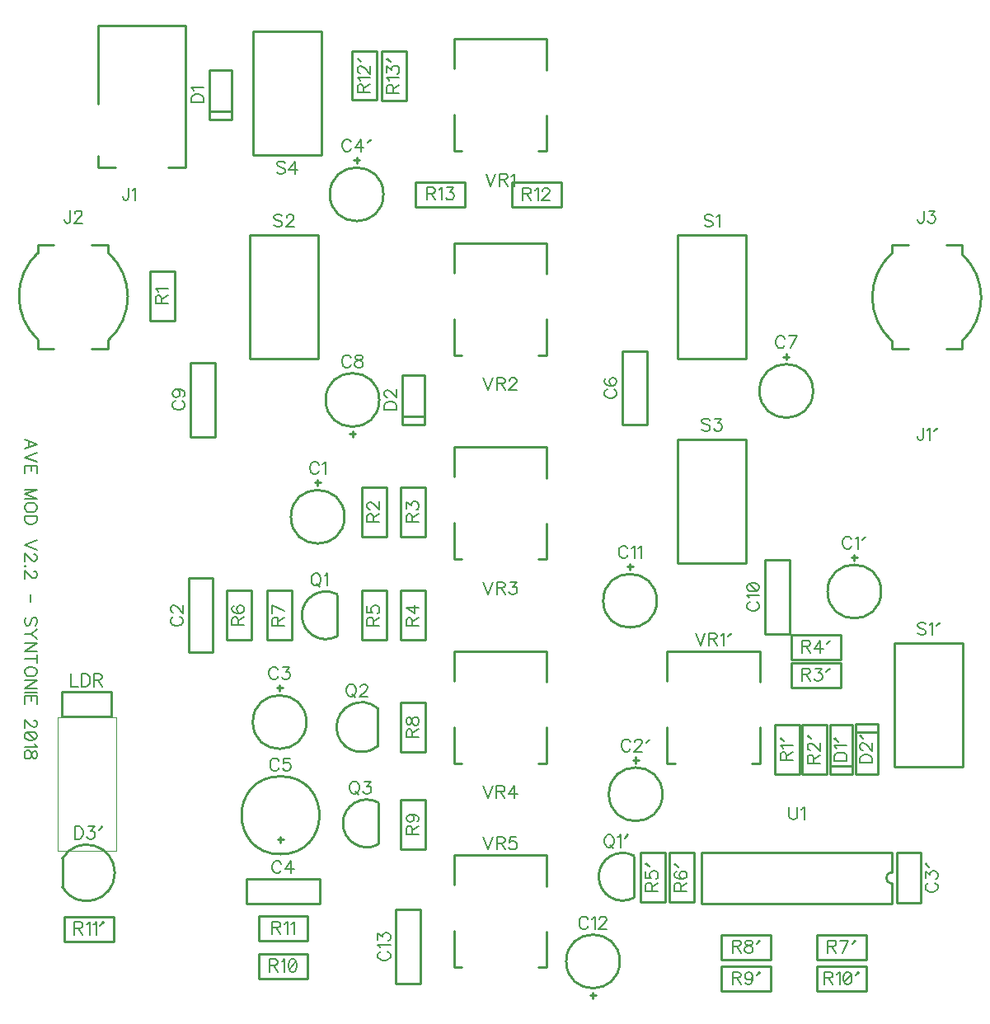
<source format=gbr>
G04 DipTrace 3.1.0.1*
G04 TopSilk.gbr*
%MOIN*%
G04 #@! TF.FileFunction,Legend,Top*
G04 #@! TF.Part,Single*
%ADD10C,0.009843*%
%ADD16C,0.001312*%
%ADD102C,0.00772*%
%FSLAX26Y26*%
G04*
G70*
G90*
G75*
G01*
G04 TopSilk*
%LPD*%
X1514982Y2329763D2*
D10*
G02X1514982Y2329763I108268J0D01*
G01*
X1611448Y2467558D2*
X1635051D1*
X1623249Y2479369D2*
Y2455748D1*
X1199501Y1781869D2*
X1101076D1*
X1199501Y2081081D2*
X1101076D1*
Y1781869D2*
Y2081081D1*
X1199501Y1781869D2*
Y2081081D1*
X1360962Y1499925D2*
G02X1360962Y1499925I108268J0D01*
G01*
X1457428Y1637720D2*
X1481031D1*
X1469230Y1649530D2*
Y1625909D1*
X1333948Y767211D2*
Y865636D1*
X1633160Y767211D2*
Y865636D1*
X1333948D2*
X1633160D1*
X1333948Y767211D2*
X1633160D1*
X1472883Y1280552D2*
G02X1472883Y1280552I0J-157480D01*
G01*
X1484694Y1024647D2*
X1461072D1*
X1472883Y1012836D2*
Y1036458D1*
X2855388Y3000251D2*
X2953814D1*
X2855388Y2701038D2*
X2953814D1*
Y3000251D2*
Y2701038D1*
X2855388Y3000251D2*
Y2701038D1*
X3409845Y2838614D2*
G02X3409845Y2838614I108268J0D01*
G01*
X3506312Y2976409D2*
X3529914D1*
X3518113Y2988219D2*
Y2964598D1*
X1655791Y2802250D2*
G02X1655791Y2802250I108268J0D01*
G01*
X1775860Y2664455D2*
X1752258D1*
X1764059Y2652644D2*
Y2676266D1*
X1108919Y2952959D2*
X1207344D1*
X1108919Y2653747D2*
X1207344D1*
Y2952959D2*
Y2653747D1*
X1108919Y2952959D2*
Y2653747D1*
X3432205Y2155274D2*
X3530630D1*
X3432205Y1856062D2*
X3530630D1*
Y2155274D2*
Y1856062D1*
X3432205Y2155274D2*
Y1856062D1*
X2777892Y1990327D2*
G02X2777892Y1990327I108268J0D01*
G01*
X2874359Y2128122D2*
X2897961D1*
X2886160Y2139933D2*
Y2116312D1*
X2628231Y532236D2*
G02X2628231Y532236I108268J0D01*
G01*
X2748300Y394441D2*
X2724698D1*
X2736499Y382630D2*
Y406251D1*
X1939954Y742070D2*
X2038379D1*
X1939954Y442857D2*
X2038379D1*
Y742070D2*
Y442857D1*
X1939954Y742070D2*
Y442857D1*
X3684975Y2027657D2*
G02X3684975Y2027657I108268J0D01*
G01*
X3781442Y2165452D2*
X3805044D1*
X3793243Y2177262D2*
Y2153641D1*
X2800860Y1207965D2*
G02X2800860Y1207965I108268J0D01*
G01*
X2897326Y1345760D2*
X2920928D1*
X2909127Y1357571D2*
Y1333950D1*
X3964921Y770610D2*
Y971398D1*
X4063346Y770610D2*
Y971398D1*
Y770610D2*
X3964921D1*
X4063346Y971398D2*
X3964921D1*
X1672600Y3633503D2*
G02X1672600Y3633503I108268J0D01*
G01*
X1769066Y3771298D2*
X1792669D1*
X1780867Y3783109D2*
Y3759488D1*
X1275192Y3934934D2*
X1184640D1*
Y4135922D1*
X1275192Y3968338D2*
X1184640D1*
X1275192Y4135922D2*
X1184640D1*
X1275192Y3934934D2*
Y4135922D1*
X2056129Y2703129D2*
X1965577D1*
Y2904117D1*
X2056129Y2736534D2*
X1965577D1*
X2056129Y2904117D2*
X1965577D1*
X2056129Y2703129D2*
Y2904117D1*
X3785941Y1288558D2*
X3695390D1*
Y1489547D1*
X3785941Y1321963D2*
X3695390D1*
X3785941Y1489547D2*
X3695390D1*
X3785941Y1288558D2*
Y1489547D1*
X3797962Y1491638D2*
X3888513D1*
Y1290650D1*
X3797962Y1458234D2*
X3888513D1*
X3797962Y1290650D2*
X3888513D1*
X3797962Y1491638D2*
Y1290650D1*
X590276Y833093D2*
Y947551D1*
G02X590276Y833093I98597J-57229D01*
G01*
X806705Y3743849D2*
X735842D1*
X1090157Y4314676D2*
Y3743785D1*
X1019294D1*
X735842D2*
Y3789069D1*
Y3997755D2*
Y4314676D1*
X1090157D1*
X556315Y3008638D2*
X493126D1*
Y3041686D1*
X556315Y3429110D2*
X493126D1*
Y3396062D1*
X492817Y3045651D2*
G02X492817Y3397935I160966J176142D01*
G01*
X709819Y3008638D2*
X775035D1*
Y3041631D1*
X709819Y3429110D2*
X775035D1*
Y3396117D1*
Y3041631D2*
G03X775343Y3397935I-157600J178289D01*
G01*
X4165026Y3429082D2*
X4228216D1*
Y3396035D1*
X4165026Y3008611D2*
X4228216D1*
Y3041658D1*
X4228524Y3392069D2*
G02X4228524Y3039785I-160967J-176142D01*
G01*
X4011522Y3429082D2*
X3946307D1*
Y3396090D1*
X4011522Y3008611D2*
X3946307D1*
Y3041603D1*
Y3396090D2*
G03X3945998Y3039785I157601J-178289D01*
G01*
X588430Y1621146D2*
X788102D1*
Y1521146D2*
Y1621146D1*
X588430Y1521146D2*
X788102D1*
X588430D2*
Y1621146D1*
X1701067Y2016655D2*
G03X1701067Y1846295I-45279J-85180D01*
G01*
Y1848861D2*
Y2014089D1*
X1866809Y1554845D2*
G03X1866809Y1403664I-66583J-75590D01*
G01*
Y1554845D1*
X1867112Y1175428D2*
G03X1867112Y1005068I-45279J-85180D01*
G01*
Y1007634D2*
Y1172862D1*
X2901412Y959710D2*
G03X2901412Y789350I-45279J-85180D01*
G01*
Y791916D2*
Y957144D1*
X945707Y3122294D2*
Y3321966D1*
X1045707D2*
X945707D1*
X1045707Y3122294D2*
Y3321966D1*
Y3122294D2*
X945707D1*
X1801420Y2250596D2*
Y2450268D1*
X1901420D2*
X1801420D1*
X1901420Y2250596D2*
Y2450268D1*
Y2250596D2*
X1801420D1*
X2060147Y2450268D2*
Y2250596D1*
X1960147D2*
X2060147D1*
X1960147Y2450268D2*
Y2250596D1*
Y2450268D2*
X2060147D1*
Y2031311D2*
Y1831639D1*
X1960147D2*
X2060147D1*
X1960147Y2031311D2*
Y1831639D1*
Y2031311D2*
X2060147D1*
X1901420D2*
Y1831639D1*
X1801420D2*
X1901420D1*
X1801420Y2031311D2*
Y1831639D1*
Y2031311D2*
X1901420D1*
X1254499Y1831639D2*
Y2031311D1*
X1354499D2*
X1254499D1*
X1354499Y1831639D2*
Y2031311D1*
Y1831639D2*
X1254499D1*
X1517146Y2031311D2*
Y1831639D1*
X1417146D2*
X1517146D1*
X1417146Y2031311D2*
Y1831639D1*
Y2031311D2*
X1517146D1*
X2060147Y1579090D2*
Y1379419D1*
X1960147D2*
X2060147D1*
X1960147Y1579090D2*
Y1379419D1*
Y1579090D2*
X2060147D1*
X1960147Y986613D2*
Y1186285D1*
X2060147D2*
X1960147D1*
X2060147Y986613D2*
Y1186285D1*
Y986613D2*
X1960147D1*
X1583390Y462765D2*
X1383718D1*
Y562765D2*
Y462765D1*
X1583390Y562765D2*
X1383718D1*
X1583390D2*
Y462765D1*
X1383718Y714438D2*
X1583390D1*
Y614438D2*
Y714438D1*
X1383718Y614438D2*
X1583390D1*
X1383718D2*
Y714438D1*
X2407862Y3681071D2*
X2607534D1*
Y3581071D2*
Y3681071D1*
X2407862Y3581071D2*
X2607534D1*
X2407862D2*
Y3681071D1*
X2020083Y3683193D2*
X2219755D1*
Y3583193D2*
Y3683193D1*
X2020083Y3583193D2*
X2219755D1*
X2020083D2*
Y3683193D1*
X3572584Y1489778D2*
Y1290106D1*
X3472584D2*
X3572584D1*
X3472584Y1489778D2*
Y1290106D1*
Y1489778D2*
X3572584D1*
X3642885Y510945D2*
X3842556D1*
Y410945D2*
Y510945D1*
X3642885Y410945D2*
X3842556D1*
X3642885D2*
Y510945D1*
X798501Y612866D2*
X598829D1*
Y712866D2*
Y612866D1*
X798501Y712866D2*
X598829D1*
X798501D2*
Y612866D1*
X1762350Y4014169D2*
Y4213841D1*
X1862350D2*
X1762350D1*
X1862350Y4014169D2*
Y4213841D1*
Y4014169D2*
X1762350D1*
X1981324Y4213155D2*
Y4013483D1*
X1881324D2*
X1981324D1*
X1881324Y4213155D2*
Y4013483D1*
Y4213155D2*
X1981324D1*
X3582310Y1290168D2*
Y1489840D1*
X3682310D2*
X3582310D1*
X3682310Y1290168D2*
Y1489840D1*
Y1290168D2*
X3582310D1*
X3737445Y1638835D2*
X3537773D1*
Y1738835D2*
Y1638835D1*
X3737445Y1738835D2*
X3537773D1*
X3737445D2*
Y1638835D1*
X3739325Y1752070D2*
X3539654D1*
Y1852070D2*
Y1752070D1*
X3739325Y1852070D2*
X3539654D1*
X3739325D2*
Y1752070D1*
X3028033Y972562D2*
Y772890D1*
X2928033D2*
X3028033D1*
X2928033Y972562D2*
Y772890D1*
Y972562D2*
X3028033D1*
X3144520Y971737D2*
Y772066D1*
X3044520D2*
X3144520D1*
X3044520Y971737D2*
Y772066D1*
Y971737D2*
X3144520D1*
X3642885Y639273D2*
X3842556D1*
Y539273D2*
Y639273D1*
X3642885Y539273D2*
X3842556D1*
X3642885D2*
Y639273D1*
X3456276Y539273D2*
X3256604D1*
Y639273D2*
Y539273D1*
X3456276Y639273D2*
X3256604D1*
X3456276D2*
Y539273D1*
X3256604Y510945D2*
X3456276D1*
Y410945D2*
Y510945D1*
X3256604Y410945D2*
X3456276D1*
X3256604D2*
Y510945D1*
X3080070Y2968911D2*
X3355070D1*
Y3468943D1*
X3080070D1*
Y2968911D1*
X1350092Y2968845D2*
X1625092D1*
Y3468877D1*
X1350092D1*
Y2968845D1*
X3079951Y2143930D2*
X3354951D1*
Y2643962D1*
X3079951D1*
Y2143930D1*
X1637785Y4293944D2*
X1362785D1*
Y3793912D1*
X1637785D1*
Y4293944D1*
X4231668Y1818849D2*
X3956668D1*
Y1318817D1*
X4231668D1*
Y1818849D1*
X3946094Y767418D2*
X3174441D1*
Y972146D2*
Y767418D1*
X3946094Y972146D2*
X3174441D1*
X3946094D2*
Y893424D1*
Y767418D2*
Y846140D1*
Y893424D2*
G03X3946094Y846140I30J-23642D01*
G01*
X2174356Y3808604D2*
Y3955057D1*
X2548408Y3808604D2*
Y3953104D1*
X2174356Y3808604D2*
X2205892D1*
X2174356Y4261366D2*
X2548408D1*
Y3808604D2*
X2514919D1*
X2174356Y4261366D2*
Y4141302D1*
X2548408Y4261366D2*
Y4137344D1*
X2174420Y2983537D2*
Y3129990D1*
X2548472Y2983537D2*
Y3128037D1*
X2174420Y2983537D2*
X2205956D1*
X2174420Y3436299D2*
X2548472D1*
Y2983537D2*
X2514983D1*
X2174420Y3436299D2*
Y3316235D1*
X2548472Y3436299D2*
Y3312277D1*
X2174499Y2158296D2*
Y2304748D1*
X2548551Y2158296D2*
Y2302796D1*
X2174499Y2158296D2*
X2206035D1*
X2174499Y2611058D2*
X2548551D1*
Y2158296D2*
X2515062D1*
X2174499Y2611058D2*
Y2490993D1*
X2548551Y2611058D2*
Y2487035D1*
X2174566Y1333481D2*
Y1479933D1*
X2548618Y1333481D2*
Y1477981D1*
X2174566Y1333481D2*
X2206102D1*
X2174566Y1786243D2*
X2548618D1*
Y1333481D2*
X2515128D1*
X2174566Y1786243D2*
Y1666178D1*
X2548618Y1786243D2*
Y1662220D1*
X2174578Y508418D2*
Y654870D1*
X2548630Y508418D2*
Y652918D1*
X2174578Y508418D2*
X2206114D1*
X2174578Y961180D2*
X2548630D1*
Y508418D2*
X2515140D1*
X2174578Y961180D2*
Y841115D1*
X2548630Y961180D2*
Y837157D1*
X3036735Y1333663D2*
Y1480116D1*
X3410787Y1333663D2*
Y1478163D1*
X3036735Y1333663D2*
X3068271D1*
X3036735Y1786425D2*
X3410787D1*
Y1333663D2*
X3377298D1*
X3036735Y1786425D2*
Y1666361D1*
X3410787Y1786425D2*
Y1662403D1*
X571665Y1519488D2*
D16*
X808840D1*
Y979091D1*
X571665D1*
Y1519488D1*
X1627468Y2540654D2*
D102*
X1625091Y2545407D1*
X1620283Y2550215D1*
X1615530Y2552592D1*
X1605968D1*
X1601160Y2550215D1*
X1596406Y2545407D1*
X1593975Y2540654D1*
X1591598Y2533469D1*
Y2521475D1*
X1593975Y2514345D1*
X1596406Y2509537D1*
X1601160Y2504784D1*
X1605968Y2502352D1*
X1615530D1*
X1620283Y2504784D1*
X1625091Y2509537D1*
X1627468Y2514345D1*
X1642907Y2542975D2*
X1647716Y2545407D1*
X1654901Y2552537D1*
Y2502352D1*
X1039791Y1924944D2*
X1035038Y1922567D1*
X1030230Y1917759D1*
X1027853Y1913006D1*
Y1903444D1*
X1030230Y1898636D1*
X1035038Y1893882D1*
X1039791Y1891451D1*
X1046976Y1889074D1*
X1058970D1*
X1066100Y1891451D1*
X1070908Y1893882D1*
X1075661Y1898636D1*
X1078093Y1903444D1*
Y1913006D1*
X1075661Y1917759D1*
X1070908Y1922567D1*
X1066100Y1924944D1*
X1039847Y1942815D2*
X1037470D1*
X1032662Y1945192D1*
X1030285Y1947568D1*
X1027908Y1952377D1*
Y1961938D1*
X1030285Y1966691D1*
X1032662Y1969068D1*
X1037470Y1971500D1*
X1042223D1*
X1047032Y1969068D1*
X1054161Y1964315D1*
X1078093Y1940383D1*
Y1973876D1*
X1462698Y1710815D2*
X1460322Y1715568D1*
X1455513Y1720377D1*
X1450760Y1722753D1*
X1441198D1*
X1436390Y1720377D1*
X1431637Y1715568D1*
X1429205Y1710815D1*
X1426828Y1703630D1*
Y1691637D1*
X1429205Y1684507D1*
X1431637Y1679698D1*
X1436390Y1674945D1*
X1441198Y1672513D1*
X1450760D1*
X1455513Y1674945D1*
X1460322Y1679698D1*
X1462698Y1684507D1*
X1482946Y1722698D2*
X1509199D1*
X1494884Y1703575D1*
X1502069D1*
X1506822Y1701198D1*
X1509199Y1698822D1*
X1511631Y1691637D1*
Y1686883D1*
X1509199Y1679698D1*
X1504446Y1674890D1*
X1497261Y1672513D1*
X1490076D1*
X1482946Y1674890D1*
X1480569Y1677322D1*
X1478138Y1682075D1*
X1475834Y926921D2*
X1473458Y931675D1*
X1468649Y936483D1*
X1463896Y938860D1*
X1454334D1*
X1449526Y936483D1*
X1444773Y931675D1*
X1442341Y926921D1*
X1439964Y919736D1*
Y907743D1*
X1442341Y900613D1*
X1444773Y895805D1*
X1449526Y891051D1*
X1454334Y888620D1*
X1463896D1*
X1468649Y891051D1*
X1473458Y895805D1*
X1475834Y900613D1*
X1515205Y888620D2*
Y938804D1*
X1491273Y905366D1*
X1527143D1*
X1466352Y1341837D2*
X1463975Y1346591D1*
X1459167Y1351399D1*
X1454414Y1353776D1*
X1444852D1*
X1440044Y1351399D1*
X1435290Y1346591D1*
X1432859Y1341837D1*
X1430482Y1334652D1*
Y1322659D1*
X1432859Y1315529D1*
X1435290Y1310721D1*
X1440044Y1305967D1*
X1444852Y1303536D1*
X1454414D1*
X1459167Y1305967D1*
X1463975Y1310721D1*
X1466352Y1315529D1*
X1510476Y1353720D2*
X1486600D1*
X1484223Y1332220D1*
X1486600Y1334597D1*
X1493785Y1337029D1*
X1500914D1*
X1508099Y1334597D1*
X1512908Y1329844D1*
X1515284Y1322659D1*
Y1317906D1*
X1512908Y1310721D1*
X1508099Y1305912D1*
X1500914Y1303536D1*
X1493785D1*
X1486600Y1305912D1*
X1484223Y1308344D1*
X1481791Y1313097D1*
X2794104Y2845329D2*
X2789350Y2842952D1*
X2784542Y2838144D1*
X2782165Y2833391D1*
Y2823829D1*
X2784542Y2819021D1*
X2789350Y2814268D1*
X2794104Y2811836D1*
X2801289Y2809459D1*
X2813282D1*
X2820412Y2811836D1*
X2825220Y2814268D1*
X2829974Y2819021D1*
X2832405Y2823829D1*
Y2833391D1*
X2829974Y2838144D1*
X2825220Y2842952D1*
X2820412Y2845329D1*
X2789350Y2889453D2*
X2784597Y2887077D1*
X2782221Y2879892D1*
Y2875138D1*
X2784597Y2867953D1*
X2791782Y2863145D1*
X2803721Y2860768D1*
X2815659D1*
X2825220Y2863145D1*
X2830029Y2867953D1*
X2832405Y2875138D1*
Y2877515D1*
X2830029Y2884645D1*
X2825220Y2889453D1*
X2818035Y2891830D1*
X2815659D1*
X2808474Y2889453D1*
X2803721Y2884645D1*
X2801344Y2877515D1*
Y2875138D1*
X2803721Y2867953D1*
X2808474Y2863145D1*
X2815659Y2860768D1*
X3511582Y3049504D2*
X3509205Y3054257D1*
X3504396Y3059066D1*
X3499643Y3061442D1*
X3490082D1*
X3485273Y3059066D1*
X3480520Y3054257D1*
X3478088Y3049504D1*
X3475712Y3042319D1*
Y3030325D1*
X3478088Y3023196D1*
X3480520Y3018387D1*
X3485273Y3013634D1*
X3490082Y3011202D1*
X3499643D1*
X3504396Y3013634D1*
X3509205Y3018387D1*
X3511582Y3023196D1*
X3536582Y3011202D2*
X3560514Y3061387D1*
X3527021D1*
X1757555Y2971803D2*
X1755179Y2976556D1*
X1750370Y2981365D1*
X1745617Y2983741D1*
X1736056D1*
X1731247Y2981365D1*
X1726494Y2976556D1*
X1724062Y2971803D1*
X1721685Y2964618D1*
Y2952625D1*
X1724062Y2945495D1*
X1726494Y2940686D1*
X1731247Y2935933D1*
X1736056Y2933501D1*
X1745617D1*
X1750370Y2935933D1*
X1755179Y2940686D1*
X1757555Y2945495D1*
X1784933Y2983686D2*
X1777803Y2981310D1*
X1775371Y2976556D1*
Y2971748D1*
X1777803Y2966995D1*
X1782556Y2964563D1*
X1792118Y2962186D1*
X1799303Y2959810D1*
X1804056Y2955001D1*
X1806433Y2950248D1*
Y2943063D1*
X1804056Y2938310D1*
X1801679Y2935878D1*
X1794494Y2933501D1*
X1784933D1*
X1777803Y2935878D1*
X1775371Y2938310D1*
X1772995Y2943063D1*
Y2950248D1*
X1775371Y2955001D1*
X1780180Y2959810D1*
X1787309Y2962186D1*
X1796871Y2964563D1*
X1801679Y2966995D1*
X1804056Y2971748D1*
Y2976556D1*
X1801679Y2981310D1*
X1794494Y2983686D1*
X1784933D1*
X1047634Y2798010D2*
X1042881Y2795633D1*
X1038072Y2790825D1*
X1035696Y2786072D1*
Y2776510D1*
X1038072Y2771702D1*
X1042881Y2766949D1*
X1047634Y2764517D1*
X1054819Y2762140D1*
X1066812D1*
X1073942Y2764517D1*
X1078751Y2766949D1*
X1083504Y2771702D1*
X1085936Y2776510D1*
Y2786072D1*
X1083504Y2790825D1*
X1078751Y2795633D1*
X1073942Y2798010D1*
X1052442Y2844566D2*
X1059627Y2842134D1*
X1064436Y2837381D1*
X1066812Y2830196D1*
Y2827819D1*
X1064436Y2820634D1*
X1059627Y2815881D1*
X1052442Y2813449D1*
X1050066D1*
X1042881Y2815881D1*
X1038127Y2820634D1*
X1035751Y2827819D1*
Y2830196D1*
X1038127Y2837381D1*
X1042881Y2842134D1*
X1052442Y2844566D1*
X1064436D1*
X1076374Y2842134D1*
X1083559Y2837381D1*
X1085936Y2830196D1*
Y2825443D1*
X1083559Y2818258D1*
X1078751Y2815881D1*
X3370920Y1985420D2*
X3366167Y1983044D1*
X3361358Y1978235D1*
X3358982Y1973482D1*
Y1963921D1*
X3361358Y1959112D1*
X3366167Y1954359D1*
X3370920Y1951927D1*
X3378105Y1949550D1*
X3390098D1*
X3397228Y1951927D1*
X3402037Y1954359D1*
X3406790Y1959112D1*
X3409222Y1963921D1*
Y1973482D1*
X3406790Y1978235D1*
X3402037Y1983044D1*
X3397228Y1985420D1*
X3368599Y2000860D2*
X3366167Y2005668D1*
X3359037Y2012853D1*
X3409222D1*
X3359037Y2042662D2*
X3361414Y2035477D1*
X3368599Y2030669D1*
X3380537Y2028292D1*
X3387722D1*
X3399660Y2030669D1*
X3406845Y2035477D1*
X3409222Y2042662D1*
Y2047416D1*
X3406845Y2054601D1*
X3399660Y2059354D1*
X3387722Y2061786D1*
X3380537D1*
X3368599Y2059354D1*
X3361414Y2054601D1*
X3359037Y2047416D1*
Y2042662D1*
X3368599Y2059354D2*
X3399660Y2030669D1*
X2876662Y2201218D2*
X2874286Y2205971D1*
X2869477Y2210780D1*
X2864724Y2213156D1*
X2855162D1*
X2850354Y2210780D1*
X2845601Y2205971D1*
X2843169Y2201218D1*
X2840792Y2194033D1*
Y2182039D1*
X2843169Y2174910D1*
X2845601Y2170101D1*
X2850354Y2165348D1*
X2855162Y2162916D1*
X2864724D1*
X2869477Y2165348D1*
X2874286Y2170101D1*
X2876662Y2174910D1*
X2892102Y2203539D2*
X2896910Y2205971D1*
X2904095Y2213101D1*
Y2162916D1*
X2919534Y2203539D2*
X2924343Y2205971D1*
X2931528Y2213101D1*
Y2162916D1*
X2716251Y701789D2*
X2713874Y706542D1*
X2709066Y711350D1*
X2704313Y713727D1*
X2694751D1*
X2689943Y711350D1*
X2685190Y706542D1*
X2682758Y701789D1*
X2680381Y694604D1*
Y682610D1*
X2682758Y675480D1*
X2685190Y670672D1*
X2689943Y665919D1*
X2694751Y663487D1*
X2704313D1*
X2709066Y665919D1*
X2713874Y670672D1*
X2716251Y675480D1*
X2731690Y704110D2*
X2736499Y706542D1*
X2743684Y713672D1*
Y663487D1*
X2761555Y701734D2*
Y704110D1*
X2763931Y708919D1*
X2766308Y711295D1*
X2771116Y713672D1*
X2780678D1*
X2785431Y711295D1*
X2787808Y708919D1*
X2790240Y704110D1*
Y699357D1*
X2787808Y694548D1*
X2783055Y687419D1*
X2759123Y663487D1*
X2792616D1*
X1878669Y572216D2*
X1873916Y569839D1*
X1869108Y565031D1*
X1866731Y560277D1*
Y550716D1*
X1869108Y545907D1*
X1873916Y541154D1*
X1878669Y538722D1*
X1885854Y536346D1*
X1897848D1*
X1904978Y538722D1*
X1909786Y541154D1*
X1914539Y545907D1*
X1916971Y550716D1*
Y560277D1*
X1914539Y565031D1*
X1909786Y569839D1*
X1904978Y572216D1*
X1876348Y587655D2*
X1873916Y592463D1*
X1866786Y599648D1*
X1916971D1*
X1866786Y619896D2*
Y646149D1*
X1885910Y631834D1*
Y639019D1*
X1888286Y643772D1*
X1890663Y646149D1*
X1897848Y648581D1*
X1902601D1*
X1909786Y646149D1*
X1914594Y641396D1*
X1916971Y634211D1*
Y627026D1*
X1914594Y619896D1*
X1912163Y617519D1*
X1907409Y615088D1*
X3782557Y2238547D2*
X3780180Y2243301D1*
X3775372Y2248109D1*
X3770618Y2250486D1*
X3761057D1*
X3756248Y2248109D1*
X3751495Y2243301D1*
X3749063Y2238547D1*
X3746687Y2231362D1*
Y2219369D1*
X3749063Y2212239D1*
X3751495Y2207431D1*
X3756248Y2202677D1*
X3761057Y2200246D1*
X3770618D1*
X3775372Y2202677D1*
X3780180Y2207431D1*
X3782557Y2212239D1*
X3797996Y2240869D2*
X3802804Y2243301D1*
X3809989Y2250430D1*
Y2200246D1*
X3837422Y2250430D2*
X3825429Y2236060D1*
X3839799Y2248054D1*
X3837422Y2250430D1*
X2887691Y1418856D2*
X2885315Y1423609D1*
X2880506Y1428417D1*
X2875753Y1430794D1*
X2866191D1*
X2861383Y1428417D1*
X2856630Y1423609D1*
X2854198Y1418856D1*
X2851821Y1411671D1*
Y1399677D1*
X2854198Y1392547D1*
X2856630Y1387739D1*
X2861383Y1382986D1*
X2866191Y1380554D1*
X2875753D1*
X2880506Y1382986D1*
X2885315Y1387739D1*
X2887691Y1392547D1*
X2905562Y1418800D2*
Y1421177D1*
X2907939Y1425985D1*
X2910316Y1428362D1*
X2915124Y1430739D1*
X2924686D1*
X2929439Y1428362D1*
X2931815Y1425985D1*
X2934247Y1421177D1*
Y1416424D1*
X2931815Y1411615D1*
X2927062Y1404486D1*
X2903131Y1380554D1*
X2936624D1*
X2964057Y1430739D2*
X2952063Y1416369D1*
X2966433Y1428362D1*
X2964057Y1430739D1*
X4092243Y849568D2*
X4087490Y847191D1*
X4082682Y842383D1*
X4080305Y837630D1*
Y828068D1*
X4082682Y823260D1*
X4087490Y818507D1*
X4092243Y816075D1*
X4099428Y813698D1*
X4111422D1*
X4118552Y816075D1*
X4123360Y818507D1*
X4128113Y823260D1*
X4130545Y828068D1*
Y837630D1*
X4128113Y842383D1*
X4123360Y847191D1*
X4118552Y849568D1*
X4080360Y869816D2*
Y896069D1*
X4099484Y881754D1*
Y888939D1*
X4101860Y893692D1*
X4104237Y896069D1*
X4111422Y898501D1*
X4116175D1*
X4123360Y896069D1*
X4128169Y891315D1*
X4130545Y884130D1*
Y876945D1*
X4128169Y869816D1*
X4125737Y867439D1*
X4120984Y865007D1*
X4080360Y925933D2*
X4094731Y913940D1*
X4082737Y928310D1*
X4080360Y925933D1*
X1758243Y3844394D2*
X1755867Y3849147D1*
X1751058Y3853955D1*
X1746305Y3856332D1*
X1736743D1*
X1731935Y3853955D1*
X1727182Y3849147D1*
X1724750Y3844394D1*
X1722373Y3837209D1*
Y3825215D1*
X1724750Y3818085D1*
X1727182Y3813277D1*
X1731935Y3808524D1*
X1736743Y3806092D1*
X1746305D1*
X1751058Y3808524D1*
X1755867Y3813277D1*
X1758243Y3818085D1*
X1797614Y3806092D2*
Y3856277D1*
X1773682Y3822839D1*
X1809552D1*
X1836985Y3856277D2*
X1824992Y3841907D1*
X1839362Y3853900D1*
X1836985Y3856277D1*
X1111417Y4004965D2*
X1161657D1*
Y4021712D1*
X1159226Y4028897D1*
X1154472Y4033705D1*
X1149664Y4036082D1*
X1142534Y4038458D1*
X1130541D1*
X1123356Y4036082D1*
X1118602Y4033705D1*
X1113794Y4028897D1*
X1111417Y4021712D1*
Y4004965D1*
X1121034Y4053897D2*
X1118602Y4058706D1*
X1111473Y4065891D1*
X1161657D1*
X1892354Y2762411D2*
X1942594D1*
Y2779157D1*
X1940163Y2786342D1*
X1935409Y2791151D1*
X1930601Y2793527D1*
X1923471Y2795904D1*
X1911478D1*
X1904293Y2793527D1*
X1899539Y2791151D1*
X1894731Y2786342D1*
X1892354Y2779157D1*
Y2762411D1*
X1904348Y2813775D2*
X1901971D1*
X1897163Y2816152D1*
X1894786Y2818528D1*
X1892410Y2823337D1*
Y2832898D1*
X1894786Y2837651D1*
X1897163Y2840028D1*
X1901971Y2842460D1*
X1906724D1*
X1911533Y2840028D1*
X1918663Y2835275D1*
X1942594Y2811343D1*
Y2844836D1*
X3712533Y1343685D2*
X3762773D1*
Y1360432D1*
X3760341Y1367617D1*
X3755588Y1372425D1*
X3750780Y1374802D1*
X3743650Y1377178D1*
X3731656D1*
X3724471Y1374802D1*
X3719718Y1372425D1*
X3714910Y1367617D1*
X3712533Y1360432D1*
Y1343685D1*
X3722150Y1392617D2*
X3719718Y1397426D1*
X3712588Y1404611D1*
X3762773D1*
X3712588Y1432044D2*
X3726959Y1420050D1*
X3714965Y1434420D1*
X3712588Y1432044D1*
X3815105Y1335027D2*
X3865345D1*
Y1351773D1*
X3862914Y1358959D1*
X3858160Y1363767D1*
X3853352Y1366144D1*
X3846222Y1368520D1*
X3834229D1*
X3827044Y1366144D1*
X3822290Y1363767D1*
X3817482Y1358959D1*
X3815105Y1351774D1*
Y1335027D1*
X3827099Y1386391D2*
X3824722D1*
X3819914Y1388768D1*
X3817537Y1391144D1*
X3815161Y1395953D1*
Y1405515D1*
X3817537Y1410268D1*
X3819914Y1412644D1*
X3824722Y1415076D1*
X3829475D1*
X3834284Y1412644D1*
X3841414Y1407891D1*
X3865345Y1383959D1*
Y1417453D1*
X3815161Y1444885D2*
X3829531Y1432892D1*
X3817537Y1447262D1*
X3815161Y1444885D1*
X640457Y1077546D2*
Y1027306D1*
X657204D1*
X664389Y1029738D1*
X669197Y1034492D1*
X671574Y1039300D1*
X673951Y1046430D1*
Y1058423D1*
X671574Y1065608D1*
X669197Y1070361D1*
X664389Y1075170D1*
X657204Y1077546D1*
X640457D1*
X694198Y1077491D2*
X720451D1*
X706136Y1058368D1*
X713321D1*
X718075Y1055991D1*
X720451Y1053615D1*
X722883Y1046430D1*
Y1041677D1*
X720451Y1034492D1*
X715698Y1029683D1*
X708513Y1027306D1*
X701328D1*
X694198Y1029683D1*
X691822Y1032115D1*
X689390Y1036868D1*
X750316Y1077491D2*
X738322Y1063121D1*
X752692Y1075115D1*
X750316Y1077491D1*
X859076Y3659922D2*
Y3621675D1*
X856700Y3614490D1*
X854268Y3612114D1*
X849515Y3609682D1*
X844706D1*
X839953Y3612114D1*
X837576Y3614490D1*
X835145Y3621675D1*
Y3626429D1*
X874516Y3650305D2*
X879324Y3652737D1*
X886509Y3659867D1*
Y3609682D1*
X622782Y3567491D2*
Y3529244D1*
X620405Y3522059D1*
X617973Y3519683D1*
X613220Y3517251D1*
X608412D1*
X603659Y3519683D1*
X601282Y3522059D1*
X598850Y3529244D1*
Y3533997D1*
X640653Y3555497D2*
Y3557874D1*
X643030Y3562682D1*
X645406Y3565059D1*
X650215Y3567436D1*
X659776D1*
X664529Y3565059D1*
X666906Y3562682D1*
X669338Y3557874D1*
Y3553121D1*
X666906Y3548312D1*
X662153Y3541182D1*
X638221Y3517251D1*
X671714D1*
X4073558Y3567463D2*
Y3529217D1*
X4071182Y3522032D1*
X4068750Y3519655D1*
X4063997Y3517223D1*
X4059188D1*
X4054435Y3519655D1*
X4052059Y3522032D1*
X4049627Y3529217D1*
Y3533970D1*
X4093806Y3567408D2*
X4120059D1*
X4105744Y3548285D1*
X4112929D1*
X4117683Y3545908D1*
X4120059Y3543532D1*
X4122491Y3536346D1*
Y3531593D1*
X4120059Y3524408D1*
X4115306Y3519600D1*
X4108121Y3517223D1*
X4100936D1*
X4093806Y3519600D1*
X4091430Y3522032D1*
X4088998Y3526785D1*
X4072455Y2688675D2*
Y2650428D1*
X4070078Y2643243D1*
X4067647Y2640866D1*
X4062893Y2638435D1*
X4058085D1*
X4053332Y2640866D1*
X4050955Y2643243D1*
X4048523Y2650428D1*
Y2655181D1*
X4087894Y2679058D2*
X4092703Y2681489D1*
X4099888Y2688619D1*
Y2638435D1*
X4127321Y2688619D2*
X4115327Y2674249D1*
X4129697Y2686243D1*
X4127321Y2688619D1*
X624991Y1694369D2*
Y1644129D1*
X653676D1*
X669116Y1694369D2*
Y1644129D1*
X685862D1*
X693047Y1646561D1*
X697856Y1651314D1*
X700232Y1656122D1*
X702609Y1663252D1*
Y1675245D1*
X700232Y1682431D1*
X697856Y1687184D1*
X693047Y1691992D1*
X685862Y1694369D1*
X669116D1*
X718048Y1670437D2*
X739548D1*
X746733Y1672869D1*
X749165Y1675245D1*
X751541Y1679999D1*
Y1684807D1*
X749165Y1689560D1*
X746733Y1691992D1*
X739548Y1694369D1*
X718048D1*
Y1644129D1*
X734795Y1670437D2*
X751541Y1644129D1*
X1611697Y2101165D2*
X1606944Y2098843D1*
X1602135Y2094035D1*
X1599759Y2089226D1*
X1597327Y2082041D1*
Y2070103D1*
X1599759Y2062918D1*
X1602135Y2058165D1*
X1606944Y2053357D1*
X1611697Y2050980D1*
X1621259D1*
X1626067Y2053357D1*
X1630820Y2058165D1*
X1633197Y2062918D1*
X1635629Y2070103D1*
Y2082041D1*
X1633197Y2089226D1*
X1630820Y2094035D1*
X1626067Y2098843D1*
X1621259Y2101165D1*
X1611697D1*
X1618882Y2060542D2*
X1633197Y2046172D1*
X1651068Y2091548D2*
X1655876Y2093980D1*
X1663061Y2101109D1*
Y2050925D1*
X1753904Y1653211D2*
X1749151Y1650890D1*
X1744342Y1646081D1*
X1741966Y1641273D1*
X1739534Y1634088D1*
Y1622150D1*
X1741966Y1614965D1*
X1744342Y1610211D1*
X1749151Y1605403D1*
X1753904Y1603026D1*
X1763465D1*
X1768274Y1605403D1*
X1773027Y1610211D1*
X1775404Y1614965D1*
X1777836Y1622150D1*
Y1634088D1*
X1775404Y1641273D1*
X1773027Y1646081D1*
X1768274Y1650890D1*
X1763465Y1653211D1*
X1753904D1*
X1761089Y1612588D2*
X1775404Y1598218D1*
X1795707Y1641218D2*
Y1643594D1*
X1798083Y1648403D1*
X1800460Y1650779D1*
X1805268Y1653156D1*
X1814830D1*
X1819583Y1650779D1*
X1821960Y1648403D1*
X1824392Y1643594D1*
Y1638841D1*
X1821960Y1634032D1*
X1817206Y1626903D1*
X1793275Y1602971D1*
X1826768D1*
X1766992Y1259938D2*
X1762239Y1257616D1*
X1757430Y1252808D1*
X1755054Y1247999D1*
X1752622Y1240814D1*
Y1228876D1*
X1755054Y1221691D1*
X1757430Y1216938D1*
X1762239Y1212130D1*
X1766992Y1209753D1*
X1776553D1*
X1781362Y1212130D1*
X1786115Y1216938D1*
X1788492Y1221691D1*
X1790923Y1228876D1*
Y1240814D1*
X1788492Y1247999D1*
X1786115Y1252808D1*
X1781362Y1257616D1*
X1776553Y1259938D1*
X1766992D1*
X1774177Y1219315D2*
X1788492Y1204944D1*
X1811171Y1259882D2*
X1837424D1*
X1823109Y1240759D1*
X1830294D1*
X1835048Y1238383D1*
X1837424Y1236006D1*
X1839856Y1228821D1*
Y1224068D1*
X1837424Y1216883D1*
X1832671Y1212074D1*
X1825486Y1209698D1*
X1818301D1*
X1811171Y1212074D1*
X1808795Y1214506D1*
X1806363Y1219259D1*
X2797138Y1044220D2*
X2792384Y1041899D1*
X2787576Y1037090D1*
X2785199Y1032282D1*
X2782767Y1025097D1*
Y1013158D1*
X2785199Y1005973D1*
X2787576Y1001220D1*
X2792384Y996412D1*
X2797138Y994035D1*
X2806699D1*
X2811508Y996412D1*
X2816261Y1001220D1*
X2818637Y1005973D1*
X2821069Y1013158D1*
Y1025097D1*
X2818637Y1032282D1*
X2816261Y1037090D1*
X2811508Y1041899D1*
X2806699Y1044220D1*
X2797138D1*
X2804323Y1003597D2*
X2818637Y989227D1*
X2836508Y1034603D2*
X2841317Y1037035D1*
X2848502Y1044165D1*
Y993980D1*
X2875935Y1044165D2*
X2863941Y1029794D1*
X2878311Y1041788D1*
X2875935Y1044165D1*
X991507Y3191667D2*
Y3213167D1*
X989075Y3220352D1*
X986698Y3222784D1*
X981945Y3225160D1*
X977137D1*
X972384Y3222784D1*
X969952Y3220352D1*
X967575Y3213167D1*
Y3191667D1*
X1017815D1*
X991507Y3208414D2*
X1017815Y3225160D1*
X977192Y3240600D2*
X974760Y3245408D1*
X967630Y3252593D1*
X1017815D1*
X1847219Y2309219D2*
X1847220Y2330719D1*
X1844788Y2337904D1*
X1842411Y2340336D1*
X1837658Y2342712D1*
X1832849D1*
X1828096Y2340336D1*
X1825664Y2337904D1*
X1823288Y2330719D1*
Y2309219D1*
X1873528D1*
X1847220Y2325966D2*
X1873528Y2342712D1*
X1835281Y2360583D2*
X1832905D1*
X1828096Y2362960D1*
X1825720Y2365336D1*
X1823343Y2370145D1*
Y2379707D1*
X1825720Y2384460D1*
X1828096Y2386836D1*
X1832905Y2389268D1*
X1837658D1*
X1842466Y2386836D1*
X1849596Y2382083D1*
X1873528Y2358151D1*
Y2391645D1*
X2005946Y2309219D2*
X2005947Y2330719D1*
X2003515Y2337904D1*
X2001138Y2340336D1*
X1996385Y2342712D1*
X1991576D1*
X1986823Y2340336D1*
X1984391Y2337904D1*
X1982015Y2330719D1*
Y2309219D1*
X2032255D1*
X2005947Y2325966D2*
X2032255Y2342712D1*
X1982070Y2362960D2*
Y2389213D1*
X2001193Y2374898D1*
Y2382083D1*
X2003570Y2386836D1*
X2005947Y2389213D1*
X2013132Y2391645D1*
X2017885D1*
X2025070Y2389213D1*
X2029878Y2384460D1*
X2032255Y2377275D1*
Y2370090D1*
X2029878Y2362960D1*
X2027446Y2360583D1*
X2022693Y2358151D1*
X2005946Y1889074D2*
X2005947Y1910574D1*
X2003515Y1917759D1*
X2001138Y1920191D1*
X1996385Y1922567D1*
X1991576D1*
X1986823Y1920191D1*
X1984391Y1917759D1*
X1982015Y1910574D1*
Y1889074D1*
X2032255D1*
X2005947Y1905821D2*
X2032255Y1922567D1*
Y1961938D2*
X1982070D1*
X2015508Y1938006D1*
Y1973876D1*
X1847219Y1890262D2*
X1847220Y1911762D1*
X1844788Y1918947D1*
X1842411Y1921379D1*
X1837658Y1923756D1*
X1832849D1*
X1828096Y1921379D1*
X1825664Y1918947D1*
X1823288Y1911762D1*
Y1890262D1*
X1873528D1*
X1847220Y1907009D2*
X1873528Y1923755D1*
X1823343Y1967880D2*
Y1944003D1*
X1844843Y1941627D1*
X1842466Y1944003D1*
X1840034Y1951188D1*
Y1958318D1*
X1842466Y1965503D1*
X1847220Y1970311D1*
X1854405Y1972688D1*
X1859158D1*
X1866343Y1970311D1*
X1871151Y1965503D1*
X1873528Y1958318D1*
Y1951188D1*
X1871151Y1944003D1*
X1868719Y1941627D1*
X1863966Y1939195D1*
X1300298Y1891478D2*
Y1912978D1*
X1297866Y1920163D1*
X1295490Y1922595D1*
X1290737Y1924971D1*
X1285928D1*
X1281175Y1922595D1*
X1278743Y1920163D1*
X1276367Y1912978D1*
X1276366Y1891478D1*
X1326607D1*
X1300298Y1908225D2*
X1326607Y1924971D1*
X1283552Y1969096D2*
X1278798Y1966719D1*
X1276422Y1959534D1*
Y1954781D1*
X1278798Y1947596D1*
X1285983Y1942787D1*
X1297922Y1940411D1*
X1309860D1*
X1319422Y1942787D1*
X1324230Y1947596D1*
X1326607Y1954781D1*
Y1957157D1*
X1324230Y1964287D1*
X1319422Y1969096D1*
X1312236Y1971472D1*
X1309860D1*
X1302675Y1969096D1*
X1297922Y1964287D1*
X1295545Y1957157D1*
Y1954781D1*
X1297922Y1947596D1*
X1302675Y1942787D1*
X1309860Y1940411D1*
X1462945Y1890262D2*
Y1911762D1*
X1460513Y1918947D1*
X1458137Y1921379D1*
X1453384Y1923756D1*
X1448575D1*
X1443822Y1921379D1*
X1441390Y1918947D1*
X1439014Y1911762D1*
X1439013Y1890262D1*
X1489253D1*
X1462945Y1907009D2*
X1489254Y1923755D1*
Y1948756D2*
X1439069Y1972688D1*
Y1939195D1*
X2005946Y1438069D2*
X2005947Y1459569D1*
X2003515Y1466754D1*
X2001138Y1469186D1*
X1996385Y1471563D1*
X1991576D1*
X1986823Y1469186D1*
X1984391Y1466754D1*
X1982015Y1459569D1*
Y1438069D1*
X2032255D1*
X2005947Y1454816D2*
X2032255Y1471563D1*
X1982070Y1498940D2*
X1984447Y1491810D1*
X1989200Y1489379D1*
X1994008D1*
X1998762Y1491810D1*
X2001193Y1496564D1*
X2003570Y1506125D1*
X2005947Y1513310D1*
X2010755Y1518063D1*
X2015508Y1520440D1*
X2022693D1*
X2027446Y1518063D1*
X2029878Y1515687D1*
X2032255Y1508502D1*
Y1498940D1*
X2029878Y1491810D1*
X2027446Y1489378D1*
X2022693Y1487002D1*
X2015508D1*
X2010755Y1489378D1*
X2005947Y1494187D1*
X2003570Y1501317D1*
X2001193Y1510878D1*
X1998762Y1515687D1*
X1994008Y1518063D1*
X1989200D1*
X1984447Y1515687D1*
X1982070Y1508502D1*
Y1498940D1*
X2005946Y1046424D2*
X2005947Y1067924D1*
X2003515Y1075109D1*
X2001138Y1077541D1*
X1996385Y1079918D1*
X1991576D1*
X1986823Y1077541D1*
X1984391Y1075109D1*
X1982015Y1067924D1*
Y1046424D1*
X2032255D1*
X2005947Y1063171D2*
X2032255Y1079918D1*
X1998762Y1126474D2*
X2005947Y1124042D1*
X2010755Y1119288D1*
X2013132Y1112103D1*
Y1109727D1*
X2010755Y1102542D1*
X2005947Y1097789D1*
X1998762Y1095357D1*
X1996385D1*
X1989200Y1097789D1*
X1984447Y1102542D1*
X1982070Y1109727D1*
Y1112103D1*
X1984447Y1119289D1*
X1989200Y1124042D1*
X1998762Y1126474D1*
X2010755D1*
X2022693Y1124042D1*
X2029878Y1119288D1*
X2032255Y1112103D1*
Y1107350D1*
X2029878Y1100165D1*
X2025070Y1097789D1*
X1428624Y516966D2*
X1450124D1*
X1457309Y519397D1*
X1459741Y521774D1*
X1462118Y526527D1*
Y531336D1*
X1459741Y536089D1*
X1457309Y538521D1*
X1450124Y540897D1*
X1428624D1*
Y490657D1*
X1445371Y516966D2*
X1462118Y490657D1*
X1477557Y531280D2*
X1482366Y533712D1*
X1489551Y540842D1*
Y490657D1*
X1519360Y540842D2*
X1512175Y538465D1*
X1507366Y531280D1*
X1504990Y519342D1*
Y512157D1*
X1507366Y500219D1*
X1512175Y493034D1*
X1519360Y490657D1*
X1524113D1*
X1531298Y493034D1*
X1536051Y500219D1*
X1538483Y512157D1*
Y519342D1*
X1536051Y531280D1*
X1531298Y538465D1*
X1524113Y540842D1*
X1519360D1*
X1536051Y531280D2*
X1507366Y500219D1*
X1439374Y668639D2*
X1460874D1*
X1468059Y671071D1*
X1470491Y673447D1*
X1472868Y678200D1*
Y683009D1*
X1470491Y687762D1*
X1468059Y690194D1*
X1460874Y692571D1*
X1439374D1*
Y642331D1*
X1456121Y668639D2*
X1472868Y642331D1*
X1488307Y682954D2*
X1493115Y685385D1*
X1500300Y692515D1*
Y642331D1*
X1515740Y682954D2*
X1520548Y685385D1*
X1527733Y692515D1*
Y642331D1*
X2452769Y3635271D2*
X2474269D1*
X2481454Y3637703D1*
X2483886Y3640080D1*
X2486262Y3644833D1*
Y3649641D1*
X2483886Y3654395D1*
X2481454Y3656826D1*
X2474269Y3659203D1*
X2452769D1*
Y3608963D1*
X2469516Y3635271D2*
X2486262Y3608963D1*
X2501701Y3649586D2*
X2506510Y3652018D1*
X2513695Y3659148D1*
Y3608963D1*
X2531566Y3647210D2*
Y3649586D1*
X2533943Y3654395D1*
X2536319Y3656771D1*
X2541128Y3659148D1*
X2550689D1*
X2555442Y3656771D1*
X2557819Y3654395D1*
X2560251Y3649586D1*
Y3644833D1*
X2557819Y3640025D1*
X2553066Y3632895D1*
X2529134Y3608963D1*
X2562627D1*
X2064989Y3637393D2*
X2086489D1*
X2093674Y3639825D1*
X2096106Y3642202D1*
X2098483Y3646955D1*
Y3651763D1*
X2096106Y3656517D1*
X2093674Y3658949D1*
X2086489Y3661325D1*
X2064989D1*
Y3611085D1*
X2081736Y3637393D2*
X2098483Y3611085D1*
X2113922Y3651708D2*
X2118730Y3654140D1*
X2125915Y3661270D1*
Y3611085D1*
X2146163Y3661270D2*
X2172416D1*
X2158101Y3642147D1*
X2165286D1*
X2170040Y3639770D1*
X2172416Y3637393D1*
X2174848Y3630208D1*
Y3625455D1*
X2172416Y3618270D1*
X2167663Y3613462D1*
X2160478Y3611085D1*
X2153293D1*
X2146163Y3613462D1*
X2143786Y3615894D1*
X2141355Y3620647D1*
X3518384Y1344575D2*
Y1366075D1*
X3515952Y1373260D1*
X3513575Y1375691D1*
X3508822Y1378068D1*
X3504013D1*
X3499260Y1375691D1*
X3496828Y1373260D1*
X3494452Y1366075D1*
Y1344575D1*
X3544692D1*
X3518384Y1361321D2*
X3544692Y1378068D1*
X3504069Y1393507D2*
X3501637Y1398316D1*
X3494507Y1405501D1*
X3544692D1*
X3494507Y1432933D2*
X3508877Y1420940D1*
X3496884Y1435310D1*
X3494507Y1432933D1*
X3672886Y465145D2*
X3694386D1*
X3701571Y467577D1*
X3704003Y469954D1*
X3706380Y474707D1*
Y479515D1*
X3704003Y484269D1*
X3701571Y486700D1*
X3694386Y489077D1*
X3672886D1*
Y438837D1*
X3689633Y465145D2*
X3706380Y438837D1*
X3721819Y479460D2*
X3726628Y481892D1*
X3733813Y489022D1*
Y438837D1*
X3763622Y489022D2*
X3756437Y486645D1*
X3751628Y479460D1*
X3749252Y467522D1*
Y460337D1*
X3751628Y448399D1*
X3756437Y441214D1*
X3763622Y438837D1*
X3768375D1*
X3775560Y441214D1*
X3780313Y448399D1*
X3782745Y460337D1*
Y467522D1*
X3780313Y479460D1*
X3775560Y486645D1*
X3768375Y489022D1*
X3763622D1*
X3780313Y479460D2*
X3751628Y448399D1*
X3810178Y489022D2*
X3798184Y474652D1*
X3812554Y486645D1*
X3810178Y489022D1*
X639581Y667067D2*
X661081D1*
X668266Y669498D1*
X670698Y671875D1*
X673075Y676628D1*
Y681437D1*
X670698Y686190D1*
X668266Y688622D1*
X661081Y690998D1*
X639581D1*
Y640758D1*
X656328Y667067D2*
X673075Y640758D1*
X688514Y681381D2*
X693322Y683813D1*
X700507Y690943D1*
Y640758D1*
X715947Y681381D2*
X720755Y683813D1*
X727940Y690943D1*
Y640758D1*
X755373Y690943D2*
X743379Y676573D1*
X757749Y688566D1*
X755373Y690943D1*
X1808150Y4044171D2*
Y4065671D1*
X1805718Y4072856D1*
X1803342Y4075288D1*
X1798588Y4077665D1*
X1793780D1*
X1789027Y4075288D1*
X1786595Y4072856D1*
X1784218Y4065671D1*
Y4044171D1*
X1834458D1*
X1808150Y4060918D2*
X1834458Y4077665D1*
X1793835Y4093104D2*
X1791403Y4097912D1*
X1784274Y4105097D1*
X1834458D1*
X1796212Y4122968D2*
X1793835D1*
X1789027Y4125345D1*
X1786650Y4127722D1*
X1784274Y4132530D1*
Y4142092D1*
X1786650Y4146845D1*
X1789027Y4149222D1*
X1793835Y4151653D1*
X1798588D1*
X1803397Y4149221D1*
X1810527Y4144468D1*
X1834458Y4120537D1*
Y4154030D1*
X1784274Y4181463D2*
X1798644Y4169469D1*
X1786650Y4183839D1*
X1784274Y4181463D1*
X1927124Y4043485D2*
Y4064985D1*
X1924692Y4072170D1*
X1922315Y4074602D1*
X1917562Y4076978D1*
X1912754D1*
X1908000Y4074602D1*
X1905569Y4072170D1*
X1903192Y4064985D1*
Y4043485D1*
X1953432D1*
X1927124Y4060232D2*
X1953432Y4076978D1*
X1912809Y4092418D2*
X1910377Y4097226D1*
X1903247Y4104411D1*
X1953432D1*
X1903247Y4124659D2*
Y4150912D1*
X1922371Y4136597D1*
Y4143782D1*
X1924747Y4148535D1*
X1927124Y4150912D1*
X1934309Y4153344D1*
X1939062D1*
X1946247Y4150912D1*
X1951055Y4146159D1*
X1953432Y4138973D1*
Y4131788D1*
X1951055Y4124659D1*
X1948624Y4122282D1*
X1943870Y4119850D1*
X1903247Y4180776D2*
X1917617Y4168783D1*
X1905624Y4183153D1*
X1903247Y4180776D1*
X3628109Y1333886D2*
Y1355386D1*
X3625677Y1362571D1*
X3623301Y1365003D1*
X3618548Y1367380D1*
X3613739D1*
X3608986Y1365003D1*
X3606554Y1362571D1*
X3604178Y1355386D1*
Y1333886D1*
X3654418D1*
X3628109Y1350633D2*
X3654418Y1367380D1*
X3616171Y1385251D2*
X3613794D1*
X3608986Y1387627D1*
X3606609Y1390004D1*
X3604233Y1394812D1*
Y1404374D1*
X3606609Y1409127D1*
X3608986Y1411504D1*
X3613794Y1413936D1*
X3618548D1*
X3623356Y1411504D1*
X3630486Y1406751D1*
X3654418Y1382819D1*
Y1416312D1*
X3604233Y1443745D2*
X3618603Y1431752D1*
X3606609Y1446122D1*
X3604233Y1443745D1*
X3581491Y1693035D2*
X3602991D1*
X3610176Y1695467D1*
X3612608Y1697844D1*
X3614985Y1702597D1*
Y1707405D1*
X3612608Y1712158D1*
X3610176Y1714590D1*
X3602991Y1716967D1*
X3581491D1*
Y1666727D1*
X3598238Y1693035D2*
X3614985Y1666727D1*
X3635232Y1716912D2*
X3661485D1*
X3647171Y1697788D1*
X3654356D1*
X3659109Y1695412D1*
X3661485Y1693035D1*
X3663917Y1685850D1*
Y1681097D1*
X3661485Y1673912D1*
X3656732Y1669103D1*
X3649547Y1666727D1*
X3642362D1*
X3635232Y1669103D1*
X3632856Y1671535D1*
X3630424Y1676288D1*
X3691350Y1716912D2*
X3679356Y1702541D1*
X3693727Y1714535D1*
X3691350Y1716912D1*
X3582184Y1806270D2*
X3603683D1*
X3610868Y1808702D1*
X3613300Y1811078D1*
X3615677Y1815832D1*
Y1820640D1*
X3613300Y1825393D1*
X3610868Y1827825D1*
X3603683Y1830202D1*
X3582184D1*
Y1779962D1*
X3598930Y1806270D2*
X3615677Y1779962D1*
X3655048D2*
Y1830146D1*
X3631116Y1796708D1*
X3666986D1*
X3694419Y1830146D2*
X3682425Y1815776D1*
X3696795Y1827770D1*
X3694419Y1830146D1*
X2973832Y816608D2*
Y838108D1*
X2971401Y845293D1*
X2969024Y847725D1*
X2964271Y850102D1*
X2959462D1*
X2954709Y847725D1*
X2952277Y845293D1*
X2949901Y838108D1*
Y816608D1*
X3000141D1*
X2973832Y833355D2*
X3000141Y850101D1*
X2949956Y894226D2*
Y870349D1*
X2971456Y867973D1*
X2969079Y870349D1*
X2966647Y877534D1*
Y884664D1*
X2969079Y891849D1*
X2973832Y896657D1*
X2981017Y899034D1*
X2985771D1*
X2992956Y896657D1*
X2997764Y891849D1*
X3000141Y884664D1*
Y877534D1*
X2997764Y870349D1*
X2995332Y867973D1*
X2990579Y865541D1*
X2949956Y926467D2*
X2964326Y914473D1*
X2952333Y928843D1*
X2949956Y926467D1*
X3090319Y817000D2*
Y838500D1*
X3087887Y845685D1*
X3085511Y848117D1*
X3080758Y850493D1*
X3075949D1*
X3071196Y848117D1*
X3068764Y845685D1*
X3066388Y838500D1*
X3066387Y817000D1*
X3116627D1*
X3090319Y833747D2*
X3116628Y850493D1*
X3073573Y894617D2*
X3068819Y892241D1*
X3066443Y885056D1*
Y880303D1*
X3068819Y873118D1*
X3076004Y868309D1*
X3087943Y865933D1*
X3099881D1*
X3109443Y868309D1*
X3114251Y873118D1*
X3116628Y880303D1*
Y882679D1*
X3114251Y889809D1*
X3109442Y894617D1*
X3102257Y896994D1*
X3099881D1*
X3092696Y894617D1*
X3087943Y889809D1*
X3085566Y882679D1*
Y880303D1*
X3087943Y873118D1*
X3092696Y868309D1*
X3099881Y865933D1*
X3066443Y924427D2*
X3080813Y912433D1*
X3068819Y926803D1*
X3066443Y924427D1*
X3686603Y593473D2*
X3708103D1*
X3715288Y595905D1*
X3717720Y598282D1*
X3720096Y603035D1*
Y607844D1*
X3717720Y612597D1*
X3715288Y615029D1*
X3708103Y617405D1*
X3686603D1*
Y567165D1*
X3703350Y593473D2*
X3720096Y567165D1*
X3745097D2*
X3769029Y617350D1*
X3735535D1*
X3796462D2*
X3784468Y602980D1*
X3798838Y614973D1*
X3796462Y617350D1*
X3300350Y593473D2*
X3321849D1*
X3329035Y595905D1*
X3331466Y598282D1*
X3333843Y603035D1*
Y607844D1*
X3331466Y612597D1*
X3329035Y615029D1*
X3321849Y617405D1*
X3300350D1*
Y567165D1*
X3317096Y593473D2*
X3333843Y567165D1*
X3361220Y617350D2*
X3354091Y614973D1*
X3351659Y610220D1*
Y605412D1*
X3354091Y600658D1*
X3358844Y598227D1*
X3368405Y595850D1*
X3375591Y593473D1*
X3380344Y588665D1*
X3382720Y583912D1*
Y576727D1*
X3380344Y571974D1*
X3377967Y569542D1*
X3370782Y567165D1*
X3361220D1*
X3354091Y569542D1*
X3351659Y571974D1*
X3349282Y576727D1*
Y583912D1*
X3351659Y588665D1*
X3356467Y593473D1*
X3363597Y595850D1*
X3373159Y598227D1*
X3377967Y600658D1*
X3380344Y605412D1*
Y610220D1*
X3377967Y614973D1*
X3370782Y617350D1*
X3361220D1*
X3410153D2*
X3398160Y602980D1*
X3412530Y614973D1*
X3410153Y617350D1*
X3301510Y465145D2*
X3323010D1*
X3330195Y467577D1*
X3332627Y469954D1*
X3335004Y474707D1*
Y479515D1*
X3332627Y484269D1*
X3330195Y486700D1*
X3323010Y489077D1*
X3301510D1*
Y438837D1*
X3318257Y465145D2*
X3335004Y438837D1*
X3381560Y472330D2*
X3379128Y465145D1*
X3374375Y460337D1*
X3367190Y457960D1*
X3364813D1*
X3357628Y460337D1*
X3352875Y465145D1*
X3350443Y472330D1*
Y474707D1*
X3352875Y481892D1*
X3357628Y486645D1*
X3364813Y489022D1*
X3367190D1*
X3374375Y486645D1*
X3379128Y481892D1*
X3381560Y472330D1*
Y460337D1*
X3379128Y448399D1*
X3374375Y441214D1*
X3367190Y438837D1*
X3362436D1*
X3355251Y441214D1*
X3352875Y446022D1*
X3408992Y489022D2*
X3396999Y474652D1*
X3411369Y486645D1*
X3408992Y489022D1*
X3220600Y3544965D2*
X3215847Y3549773D1*
X3208662Y3552150D1*
X3199100D1*
X3191915Y3549773D1*
X3187107Y3544965D1*
Y3540211D1*
X3189538Y3535403D1*
X3191915Y3533026D1*
X3196668Y3530650D1*
X3211038Y3525841D1*
X3215847Y3523465D1*
X3218223Y3521033D1*
X3220600Y3516280D1*
Y3509095D1*
X3215847Y3504341D1*
X3208662Y3501910D1*
X3199100D1*
X3191915Y3504341D1*
X3187107Y3509095D1*
X3236039Y3542533D2*
X3240848Y3544965D1*
X3248033Y3552094D1*
Y3501910D1*
X1479872Y3544899D2*
X1475119Y3549707D1*
X1467934Y3552084D1*
X1458372D1*
X1451187Y3549707D1*
X1446379Y3544899D1*
Y3540146D1*
X1448811Y3535337D1*
X1451187Y3532961D1*
X1455941Y3530584D1*
X1470311Y3525776D1*
X1475119Y3523399D1*
X1477496Y3520967D1*
X1479872Y3516214D1*
Y3509029D1*
X1475119Y3504276D1*
X1467934Y3501844D1*
X1458372D1*
X1451187Y3504276D1*
X1446379Y3509029D1*
X1497743Y3540090D2*
Y3542467D1*
X1500120Y3547276D1*
X1502497Y3549652D1*
X1507305Y3552029D1*
X1516867D1*
X1521620Y3549652D1*
X1523996Y3547276D1*
X1526428Y3542467D1*
Y3537714D1*
X1523996Y3532905D1*
X1519243Y3525776D1*
X1495311Y3501844D1*
X1528805D1*
X3209732Y2719984D2*
X3204979Y2724793D1*
X3197794Y2727169D1*
X3188232D1*
X3181047Y2724793D1*
X3176238Y2719984D1*
Y2715231D1*
X3178670Y2710423D1*
X3181047Y2708046D1*
X3185800Y2705669D1*
X3200170Y2700861D1*
X3204979Y2698484D1*
X3207355Y2696053D1*
X3209732Y2691299D1*
Y2684114D1*
X3204979Y2679361D1*
X3197794Y2676929D1*
X3188232D1*
X3181047Y2679361D1*
X3176238Y2684114D1*
X3229980Y2727114D2*
X3256233D1*
X3241918Y2707991D1*
X3249103D1*
X3253856Y2705614D1*
X3256233Y2703238D1*
X3258664Y2696053D1*
Y2691299D1*
X3256233Y2684114D1*
X3251479Y2679306D1*
X3244294Y2676929D1*
X3237109D1*
X3229980Y2679306D1*
X3227603Y2681738D1*
X3225171Y2686491D1*
X1491377Y3759784D2*
X1486624Y3764593D1*
X1479439Y3766969D1*
X1469877D1*
X1462692Y3764593D1*
X1457884Y3759784D1*
Y3755031D1*
X1460315Y3750222D1*
X1462692Y3747846D1*
X1467445Y3745469D1*
X1481815Y3740661D1*
X1486624Y3738284D1*
X1489000Y3735852D1*
X1491377Y3731099D1*
Y3723914D1*
X1486624Y3719161D1*
X1479439Y3716729D1*
X1469877D1*
X1462692Y3719161D1*
X1457884Y3723914D1*
X1530748Y3716729D2*
Y3766914D1*
X1506816Y3733476D1*
X1542686D1*
X4082294Y1894871D2*
X4077540Y1899680D1*
X4070355Y1902056D1*
X4060794D1*
X4053609Y1899680D1*
X4048800Y1894871D1*
Y1890118D1*
X4051232Y1885310D1*
X4053609Y1882933D1*
X4058362Y1880557D1*
X4072732Y1875748D1*
X4077540Y1873372D1*
X4079917Y1870940D1*
X4082294Y1866186D1*
Y1859001D1*
X4077540Y1854248D1*
X4070355Y1851816D1*
X4060794D1*
X4053609Y1854248D1*
X4048800Y1859001D1*
X4097733Y1892440D2*
X4102541Y1894871D1*
X4109726Y1902001D1*
Y1851816D1*
X4137159Y1902001D2*
X4125166Y1887631D1*
X4139536Y1899625D1*
X4137159Y1902001D1*
X3529805Y1155997D2*
Y1120127D1*
X3532181Y1112942D1*
X3536990Y1108189D1*
X3544175Y1105757D1*
X3548928D1*
X3556113Y1108189D1*
X3560921Y1112942D1*
X3563298Y1120127D1*
Y1155997D1*
X3578737Y1146380D2*
X3583546Y1148812D1*
X3590731Y1155942D1*
Y1105757D1*
X2304076Y3716652D2*
X2323199Y3666412D1*
X2342322Y3716652D1*
X2357762Y3692720D2*
X2379262D1*
X2386447Y3695152D1*
X2388878Y3697528D1*
X2391255Y3702281D1*
Y3707090D1*
X2388878Y3711843D1*
X2386447Y3714275D1*
X2379262Y3716652D1*
X2357762D1*
Y3666412D1*
X2374508Y3692720D2*
X2391255Y3666412D1*
X2406694Y3707035D2*
X2411503Y3709467D1*
X2418688Y3716596D1*
Y3666412D1*
X2293390Y2891585D2*
X2312514Y2841345D1*
X2331637Y2891585D1*
X2347076Y2867653D2*
X2368576D1*
X2375761Y2870085D1*
X2378193Y2872461D1*
X2380569Y2877215D1*
Y2882023D1*
X2378193Y2886776D1*
X2375761Y2889208D1*
X2368576Y2891585D1*
X2347076D1*
Y2841345D1*
X2363823Y2867653D2*
X2380569Y2841345D1*
X2398441Y2879591D2*
Y2881968D1*
X2400817Y2886776D1*
X2403194Y2889153D1*
X2408002Y2891529D1*
X2417564D1*
X2422317Y2889153D1*
X2424694Y2886776D1*
X2427125Y2881968D1*
Y2877215D1*
X2424694Y2872406D1*
X2419940Y2865276D1*
X2396009Y2841345D1*
X2429502D1*
X2293469Y2066343D2*
X2312592Y2016103D1*
X2331716Y2066343D1*
X2347155Y2042411D2*
X2368655D1*
X2375840Y2044843D1*
X2378272Y2047220D1*
X2380648Y2051973D1*
Y2056782D1*
X2378272Y2061535D1*
X2375840Y2063967D1*
X2368655Y2066343D1*
X2347155D1*
Y2016103D1*
X2363902Y2042411D2*
X2380648Y2016103D1*
X2400896Y2066288D2*
X2427149D1*
X2412834Y2047165D1*
X2420019D1*
X2424772Y2044788D1*
X2427149Y2042411D1*
X2429581Y2035226D1*
Y2030473D1*
X2427149Y2023288D1*
X2422396Y2018480D1*
X2415211Y2016103D1*
X2408026D1*
X2400896Y2018480D1*
X2398519Y2020912D1*
X2396087Y2025665D1*
X2292348Y1241528D2*
X2311471Y1191288D1*
X2330594Y1241528D1*
X2346033Y1217596D2*
X2367533D1*
X2374718Y1220028D1*
X2377150Y1222405D1*
X2379527Y1227158D1*
Y1231967D1*
X2377150Y1236720D1*
X2374718Y1239152D1*
X2367533Y1241528D1*
X2346033D1*
Y1191288D1*
X2362780Y1217596D2*
X2379527Y1191288D1*
X2418898D2*
Y1241473D1*
X2394966Y1208035D1*
X2430836D1*
X2293548Y1034403D2*
X2312671Y984163D1*
X2331794Y1034403D1*
X2347234Y1010471D2*
X2368733D1*
X2375918Y1012903D1*
X2378350Y1015280D1*
X2380727Y1020033D1*
Y1024841D1*
X2378350Y1029594D1*
X2375918Y1032026D1*
X2368733Y1034403D1*
X2347234D1*
Y984163D1*
X2363980Y1010471D2*
X2380727Y984163D1*
X2424851Y1034348D2*
X2400975D1*
X2398598Y1012848D1*
X2400975Y1015224D1*
X2408160Y1017656D1*
X2415289D1*
X2422474Y1015224D1*
X2427283Y1010471D1*
X2429660Y1003286D1*
Y998533D1*
X2427283Y991348D1*
X2422474Y986539D1*
X2415289Y984163D1*
X2408160D1*
X2400975Y986539D1*
X2398598Y988971D1*
X2396166Y993724D1*
X3151551Y1859648D2*
X3170674Y1809408D1*
X3189797Y1859648D1*
X3205236Y1835717D2*
X3226736D1*
X3233921Y1838148D1*
X3236353Y1840525D1*
X3238730Y1845278D1*
Y1850087D1*
X3236353Y1854840D1*
X3233921Y1857272D1*
X3226736Y1859648D1*
X3205236D1*
Y1809408D1*
X3221983Y1835717D2*
X3238730Y1809408D1*
X3254169Y1850031D2*
X3258977Y1852463D1*
X3266162Y1859593D1*
Y1809408D1*
X3293595Y1859593D2*
X3281602Y1845223D1*
X3295972Y1857216D1*
X3293595Y1859593D1*
X437803Y2604551D2*
X488043Y2623729D1*
X437803Y2642853D1*
X454549Y2635668D2*
Y2611736D1*
X488043Y2589112D2*
X437803Y2569988D1*
X488043Y2550865D1*
Y2504364D2*
Y2535426D1*
X437803D1*
Y2504365D1*
X464111Y2535426D2*
Y2516303D1*
X437803Y2402078D2*
X488043D1*
X437803Y2421201D1*
X488043Y2440324D1*
X437803D1*
X488043Y2372268D2*
X485666Y2377077D1*
X480858Y2381830D1*
X476104Y2384262D1*
X468919Y2386639D1*
X456926D1*
X449796Y2384262D1*
X444988Y2381830D1*
X440234Y2377077D1*
X437803Y2372268D1*
Y2362707D1*
X440234Y2357954D1*
X444988Y2353145D1*
X449796Y2350769D1*
X456926Y2348392D1*
X468919D1*
X476104Y2350769D1*
X480858Y2353145D1*
X485666Y2357954D1*
X488043Y2362707D1*
Y2372268D1*
Y2332953D2*
X437803D1*
Y2316206D1*
X440234Y2309021D1*
X444988Y2304213D1*
X449796Y2301836D1*
X456926Y2299459D1*
X468919D1*
X476104Y2301836D1*
X480858Y2304213D1*
X485666Y2309021D1*
X488043Y2316206D1*
Y2332953D1*
Y2235419D2*
X437803Y2216296D1*
X488043Y2197173D1*
X476049Y2179302D2*
X478426D1*
X483234Y2176925D1*
X485611Y2174548D1*
X487987Y2169740D1*
Y2160178D1*
X485611Y2155425D1*
X483234Y2153049D1*
X478426Y2150617D1*
X473673D1*
X468864Y2153049D1*
X461734Y2157802D1*
X437803Y2181733D1*
Y2148240D1*
X442611Y2130424D2*
X440179Y2132801D1*
X437803Y2130424D1*
X440179Y2127992D1*
X442611Y2130424D1*
X476049Y2110121D2*
X478426D1*
X483234Y2107745D1*
X485611Y2105368D1*
X487987Y2100560D1*
Y2090998D1*
X485611Y2086245D1*
X483234Y2083868D1*
X478426Y2081436D1*
X473673D1*
X468864Y2083868D1*
X461734Y2088621D1*
X437803Y2112553D1*
Y2079060D1*
X462895Y2015020D2*
Y1987385D1*
X480858Y1889851D2*
X485666Y1894604D1*
X488043Y1901790D1*
Y1911351D1*
X485666Y1918536D1*
X480858Y1923345D1*
X476104D1*
X471296Y1920913D1*
X468919Y1918536D1*
X466543Y1913783D1*
X461734Y1899413D1*
X459358Y1894604D1*
X456926Y1892228D1*
X452173Y1889851D1*
X444988D1*
X440234Y1894604D1*
X437803Y1901790D1*
Y1911351D1*
X440234Y1918536D1*
X444988Y1923345D1*
X488043Y1874412D2*
X464111Y1855289D1*
X437803D1*
X488043Y1836166D2*
X464111Y1855289D1*
X488043Y1787233D2*
X437803D1*
X488043Y1820726D1*
X437803D1*
X488043Y1755047D2*
X437803D1*
X488043Y1771794D2*
Y1738300D1*
Y1708491D2*
X485666Y1713299D1*
X480858Y1718053D1*
X476104Y1720485D1*
X468919Y1722861D1*
X456926D1*
X449796Y1720485D1*
X444988Y1718053D1*
X440234Y1713300D1*
X437803Y1708491D1*
Y1698929D1*
X440234Y1694176D1*
X444988Y1689368D1*
X449796Y1686991D1*
X456926Y1684615D1*
X468919D1*
X476104Y1686991D1*
X480858Y1689368D1*
X485666Y1694176D1*
X488043Y1698929D1*
Y1708491D1*
Y1635682D2*
X437803D1*
X488043Y1669175D1*
X437803D1*
X488043Y1620243D2*
X437803D1*
X488043Y1573742D2*
Y1604804D1*
X437803D1*
Y1573742D1*
X464111Y1604804D2*
Y1585680D1*
X476049Y1507270D2*
X478426D1*
X483234Y1504893D1*
X485611Y1502517D1*
X487987Y1497708D1*
Y1488147D1*
X485611Y1483394D1*
X483234Y1481017D1*
X478426Y1478585D1*
X473673D1*
X468864Y1481017D1*
X461734Y1485770D1*
X437803Y1509702D1*
Y1476209D1*
X487987Y1446399D2*
X485611Y1453584D1*
X478426Y1458393D1*
X466487Y1460769D1*
X459302D1*
X447364Y1458393D1*
X440179Y1453584D1*
X437803Y1446399D1*
Y1441646D1*
X440179Y1434461D1*
X447364Y1429708D1*
X459302Y1427276D1*
X466487D1*
X478426Y1429708D1*
X485611Y1434461D1*
X487987Y1441646D1*
Y1446399D1*
X478426Y1429708D2*
X447364Y1458393D1*
X478426Y1411837D2*
X480858Y1407028D1*
X487987Y1399843D1*
X437803D1*
X487987Y1372466D2*
X485611Y1379595D1*
X480858Y1382027D1*
X476049D1*
X471296Y1379595D1*
X468864Y1374842D1*
X466487Y1365281D1*
X464111Y1358096D1*
X459302Y1353342D1*
X454549Y1350966D1*
X447364D1*
X442611Y1353342D1*
X440179Y1355719D1*
X437803Y1362904D1*
Y1372466D1*
X440179Y1379595D1*
X442611Y1382027D1*
X447364Y1384404D1*
X454549D1*
X459302Y1382027D1*
X464111Y1377219D1*
X466487Y1370089D1*
X468864Y1360528D1*
X471296Y1355719D1*
X476049Y1353342D1*
X480858D1*
X485611Y1355719D1*
X487987Y1362904D1*
Y1372466D1*
M02*

</source>
